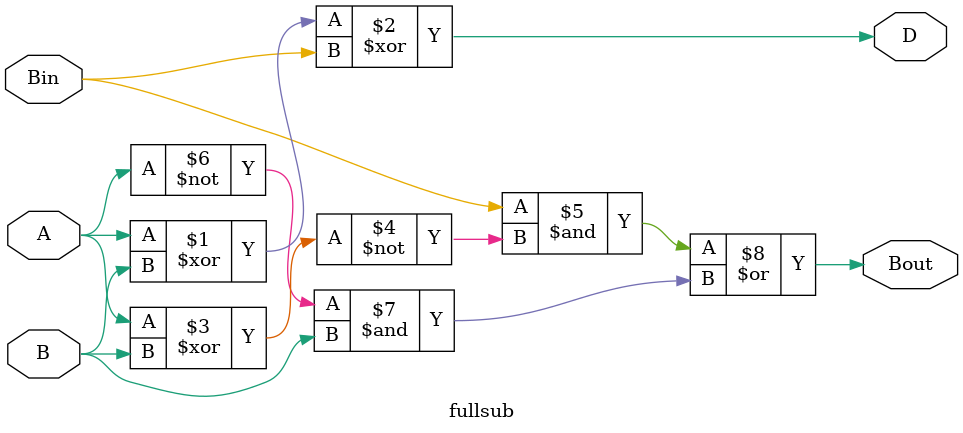
<source format=v>
module fullsub(A, B, Bin, D, Bout);
input A, B, Bin;
output D, Bout;
assign D = A ^ B ^ Bin;
assign Bout = Bin & ~(A ^ B) | (~A & B);
endmodule

</source>
